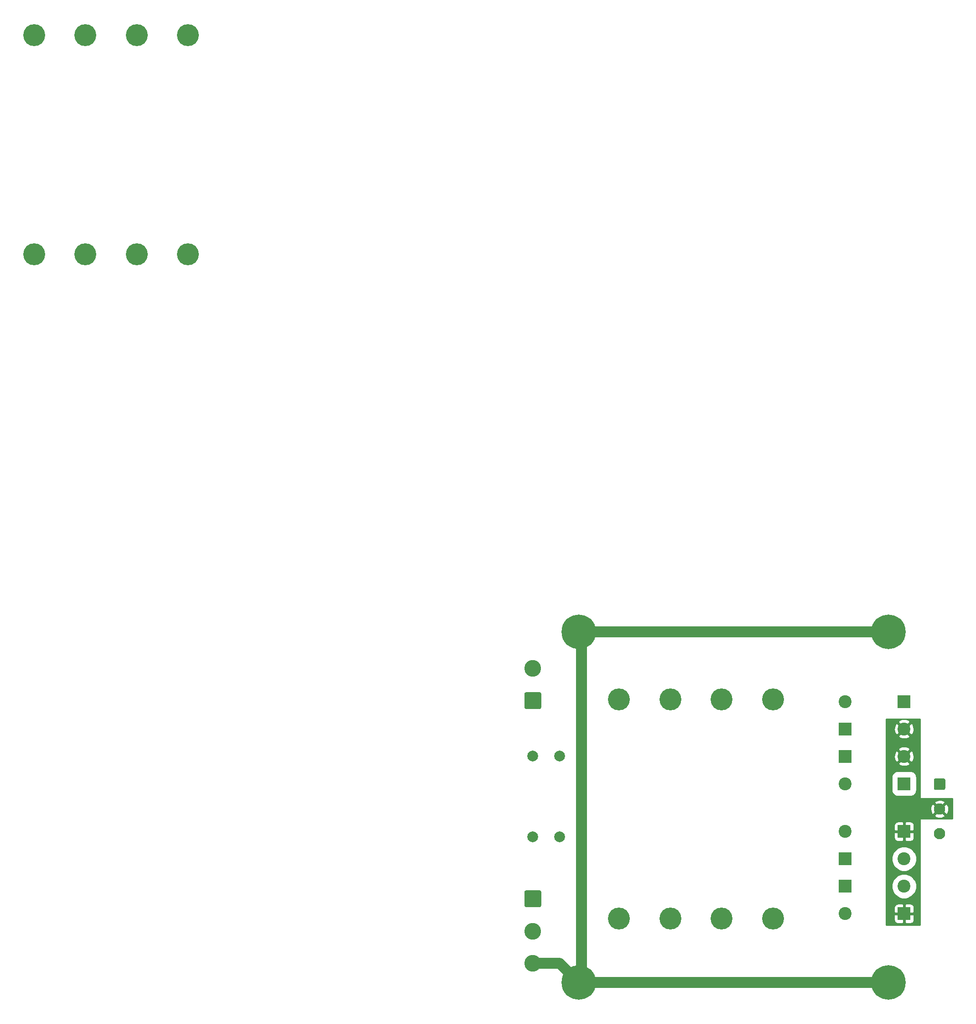
<source format=gbl>
G04 #@! TF.GenerationSoftware,KiCad,Pcbnew,(5.1.9)-1*
G04 #@! TF.CreationDate,2021-04-04T23:11:42-07:00*
G04 #@! TF.ProjectId,vsps_power,76737073-5f70-46f7-9765-722e6b696361,rev?*
G04 #@! TF.SameCoordinates,Original*
G04 #@! TF.FileFunction,Copper,L2,Bot*
G04 #@! TF.FilePolarity,Positive*
%FSLAX46Y46*%
G04 Gerber Fmt 4.6, Leading zero omitted, Abs format (unit mm)*
G04 Created by KiCad (PCBNEW (5.1.9)-1) date 2021-04-04 23:11:42*
%MOMM*%
%LPD*%
G01*
G04 APERTURE LIST*
G04 #@! TA.AperFunction,ComponentPad*
%ADD10C,4.064000*%
G04 #@! TD*
G04 #@! TA.AperFunction,ComponentPad*
%ADD11C,6.400000*%
G04 #@! TD*
G04 #@! TA.AperFunction,ComponentPad*
%ADD12C,3.100000*%
G04 #@! TD*
G04 #@! TA.AperFunction,ComponentPad*
%ADD13C,2.100000*%
G04 #@! TD*
G04 #@! TA.AperFunction,ComponentPad*
%ADD14C,2.400000*%
G04 #@! TD*
G04 #@! TA.AperFunction,ComponentPad*
%ADD15R,2.400000X2.400000*%
G04 #@! TD*
G04 #@! TA.AperFunction,ComponentPad*
%ADD16C,2.000000*%
G04 #@! TD*
G04 #@! TA.AperFunction,Conductor*
%ADD17C,2.000000*%
G04 #@! TD*
G04 #@! TA.AperFunction,Conductor*
%ADD18C,0.254000*%
G04 #@! TD*
G04 #@! TA.AperFunction,Conductor*
%ADD19C,0.100000*%
G04 #@! TD*
G04 APERTURE END LIST*
D10*
X108575000Y-123140000D03*
X99050000Y-123140000D03*
X89525000Y-123140000D03*
X80000000Y-123140000D03*
X108575000Y-82500000D03*
X99050000Y-82500000D03*
X89525000Y-82500000D03*
X80000000Y-82500000D03*
X0Y0D03*
X-9525000Y0D03*
X-19050000Y0D03*
X-28575000Y0D03*
X0Y40640000D03*
X-9525000Y40640000D03*
X-19050000Y40640000D03*
X-28575000Y40640000D03*
D11*
X130000000Y-135000000D03*
X130000000Y-70000000D03*
X72500000Y-135000000D03*
X72500000Y-70000000D03*
G04 #@! TA.AperFunction,ComponentPad*
G36*
G01*
X62699999Y-117950000D02*
X65300001Y-117950000D01*
G75*
G02*
X65550000Y-118199999I0J-249999D01*
G01*
X65550000Y-120800001D01*
G75*
G02*
X65300001Y-121050000I-249999J0D01*
G01*
X62699999Y-121050000D01*
G75*
G02*
X62450000Y-120800001I0J249999D01*
G01*
X62450000Y-118199999D01*
G75*
G02*
X62699999Y-117950000I249999J0D01*
G01*
G37*
G04 #@! TD.AperFunction*
D12*
X64000000Y-125500000D03*
X64000000Y-131500000D03*
D13*
X139500000Y-107450000D03*
X139500000Y-102850000D03*
G04 #@! TA.AperFunction,ComponentPad*
G36*
G01*
X138699999Y-97200000D02*
X140300001Y-97200000D01*
G75*
G02*
X140550000Y-97449999I0J-249999D01*
G01*
X140550000Y-99050001D01*
G75*
G02*
X140300001Y-99300000I-249999J0D01*
G01*
X138699999Y-99300000D01*
G75*
G02*
X138450000Y-99050001I0J249999D01*
G01*
X138450000Y-97449999D01*
G75*
G02*
X138699999Y-97200000I249999J0D01*
G01*
G37*
G04 #@! TD.AperFunction*
D14*
X122000000Y-122240000D03*
D15*
X132900000Y-122240000D03*
X122000000Y-117160000D03*
D14*
X132900000Y-117160000D03*
X132900000Y-112080000D03*
D15*
X122000000Y-112080000D03*
D14*
X122000000Y-107000000D03*
D15*
X132900000Y-107000000D03*
D14*
X122000000Y-98160000D03*
D15*
X132900000Y-98160000D03*
X122000000Y-93080000D03*
D14*
X132900000Y-93080000D03*
X132900000Y-88000000D03*
D15*
X122000000Y-88000000D03*
D14*
X122000000Y-82920000D03*
D15*
X132900000Y-82920000D03*
D16*
X69000000Y-93000000D03*
X64000000Y-93000000D03*
X64000000Y-108000000D03*
X69000000Y-108000000D03*
G04 #@! TA.AperFunction,ComponentPad*
G36*
G01*
X65300001Y-84300000D02*
X62699999Y-84300000D01*
G75*
G02*
X62450000Y-84050001I0J249999D01*
G01*
X62450000Y-81449999D01*
G75*
G02*
X62699999Y-81200000I249999J0D01*
G01*
X65300001Y-81200000D01*
G75*
G02*
X65550000Y-81449999I0J-249999D01*
G01*
X65550000Y-84050001D01*
G75*
G02*
X65300001Y-84300000I-249999J0D01*
G01*
G37*
G04 #@! TD.AperFunction*
D12*
X64000000Y-76750000D03*
D17*
X69000000Y-131500000D02*
X72500000Y-135000000D01*
X64000000Y-131500000D02*
X69000000Y-131500000D01*
X72500000Y-70000000D02*
X130000000Y-70000000D01*
X73000001Y-70500001D02*
X72500000Y-70000000D01*
X73000001Y-134499999D02*
X73000001Y-70500001D01*
X72500000Y-135000000D02*
X73000001Y-134499999D01*
X72500000Y-135000000D02*
X130000000Y-135000000D01*
D18*
X135873000Y-100750000D02*
X135875440Y-100774776D01*
X135882667Y-100798601D01*
X135894403Y-100820557D01*
X135910197Y-100839803D01*
X135929443Y-100855597D01*
X135951399Y-100867333D01*
X135975224Y-100874560D01*
X136000000Y-100877000D01*
X141840000Y-100877000D01*
X141840001Y-104623000D01*
X136000000Y-104623000D01*
X135975224Y-104625440D01*
X135951399Y-104632667D01*
X135929443Y-104644403D01*
X135910197Y-104660197D01*
X135894403Y-104679443D01*
X135882667Y-104701399D01*
X135875440Y-104725224D01*
X135873000Y-104750000D01*
X135873000Y-124373000D01*
X129627000Y-124373000D01*
X129627000Y-123440000D01*
X131061928Y-123440000D01*
X131074188Y-123564482D01*
X131110498Y-123684180D01*
X131169463Y-123794494D01*
X131248815Y-123891185D01*
X131345506Y-123970537D01*
X131455820Y-124029502D01*
X131575518Y-124065812D01*
X131700000Y-124078072D01*
X132614250Y-124075000D01*
X132773000Y-123916250D01*
X132773000Y-122367000D01*
X133027000Y-122367000D01*
X133027000Y-123916250D01*
X133185750Y-124075000D01*
X134100000Y-124078072D01*
X134224482Y-124065812D01*
X134344180Y-124029502D01*
X134454494Y-123970537D01*
X134551185Y-123891185D01*
X134630537Y-123794494D01*
X134689502Y-123684180D01*
X134725812Y-123564482D01*
X134738072Y-123440000D01*
X134735000Y-122525750D01*
X134576250Y-122367000D01*
X133027000Y-122367000D01*
X132773000Y-122367000D01*
X131223750Y-122367000D01*
X131065000Y-122525750D01*
X131061928Y-123440000D01*
X129627000Y-123440000D01*
X129627000Y-121040000D01*
X131061928Y-121040000D01*
X131065000Y-121954250D01*
X131223750Y-122113000D01*
X132773000Y-122113000D01*
X132773000Y-120563750D01*
X133027000Y-120563750D01*
X133027000Y-122113000D01*
X134576250Y-122113000D01*
X134735000Y-121954250D01*
X134738072Y-121040000D01*
X134725812Y-120915518D01*
X134689502Y-120795820D01*
X134630537Y-120685506D01*
X134551185Y-120588815D01*
X134454494Y-120509463D01*
X134344180Y-120450498D01*
X134224482Y-120414188D01*
X134100000Y-120401928D01*
X133185750Y-120405000D01*
X133027000Y-120563750D01*
X132773000Y-120563750D01*
X132614250Y-120405000D01*
X131700000Y-120401928D01*
X131575518Y-120414188D01*
X131455820Y-120450498D01*
X131345506Y-120509463D01*
X131248815Y-120588815D01*
X131169463Y-120685506D01*
X131110498Y-120795820D01*
X131074188Y-120915518D01*
X131061928Y-121040000D01*
X129627000Y-121040000D01*
X129627000Y-116930811D01*
X130573000Y-116930811D01*
X130573000Y-117389189D01*
X130662426Y-117838761D01*
X130837840Y-118262248D01*
X131092501Y-118643376D01*
X131416624Y-118967499D01*
X131797752Y-119222160D01*
X132221239Y-119397574D01*
X132670811Y-119487000D01*
X133129189Y-119487000D01*
X133578761Y-119397574D01*
X134002248Y-119222160D01*
X134383376Y-118967499D01*
X134707499Y-118643376D01*
X134962160Y-118262248D01*
X135137574Y-117838761D01*
X135227000Y-117389189D01*
X135227000Y-116930811D01*
X135137574Y-116481239D01*
X134962160Y-116057752D01*
X134707499Y-115676624D01*
X134383376Y-115352501D01*
X134002248Y-115097840D01*
X133578761Y-114922426D01*
X133129189Y-114833000D01*
X132670811Y-114833000D01*
X132221239Y-114922426D01*
X131797752Y-115097840D01*
X131416624Y-115352501D01*
X131092501Y-115676624D01*
X130837840Y-116057752D01*
X130662426Y-116481239D01*
X130573000Y-116930811D01*
X129627000Y-116930811D01*
X129627000Y-111850811D01*
X130573000Y-111850811D01*
X130573000Y-112309189D01*
X130662426Y-112758761D01*
X130837840Y-113182248D01*
X131092501Y-113563376D01*
X131416624Y-113887499D01*
X131797752Y-114142160D01*
X132221239Y-114317574D01*
X132670811Y-114407000D01*
X133129189Y-114407000D01*
X133578761Y-114317574D01*
X134002248Y-114142160D01*
X134383376Y-113887499D01*
X134707499Y-113563376D01*
X134962160Y-113182248D01*
X135137574Y-112758761D01*
X135227000Y-112309189D01*
X135227000Y-111850811D01*
X135137574Y-111401239D01*
X134962160Y-110977752D01*
X134707499Y-110596624D01*
X134383376Y-110272501D01*
X134002248Y-110017840D01*
X133578761Y-109842426D01*
X133129189Y-109753000D01*
X132670811Y-109753000D01*
X132221239Y-109842426D01*
X131797752Y-110017840D01*
X131416624Y-110272501D01*
X131092501Y-110596624D01*
X130837840Y-110977752D01*
X130662426Y-111401239D01*
X130573000Y-111850811D01*
X129627000Y-111850811D01*
X129627000Y-108200000D01*
X131061928Y-108200000D01*
X131074188Y-108324482D01*
X131110498Y-108444180D01*
X131169463Y-108554494D01*
X131248815Y-108651185D01*
X131345506Y-108730537D01*
X131455820Y-108789502D01*
X131575518Y-108825812D01*
X131700000Y-108838072D01*
X132614250Y-108835000D01*
X132773000Y-108676250D01*
X132773000Y-107127000D01*
X133027000Y-107127000D01*
X133027000Y-108676250D01*
X133185750Y-108835000D01*
X134100000Y-108838072D01*
X134224482Y-108825812D01*
X134344180Y-108789502D01*
X134454494Y-108730537D01*
X134551185Y-108651185D01*
X134630537Y-108554494D01*
X134689502Y-108444180D01*
X134725812Y-108324482D01*
X134738072Y-108200000D01*
X134735000Y-107285750D01*
X134576250Y-107127000D01*
X133027000Y-107127000D01*
X132773000Y-107127000D01*
X131223750Y-107127000D01*
X131065000Y-107285750D01*
X131061928Y-108200000D01*
X129627000Y-108200000D01*
X129627000Y-105800000D01*
X131061928Y-105800000D01*
X131065000Y-106714250D01*
X131223750Y-106873000D01*
X132773000Y-106873000D01*
X132773000Y-105323750D01*
X133027000Y-105323750D01*
X133027000Y-106873000D01*
X134576250Y-106873000D01*
X134735000Y-106714250D01*
X134738072Y-105800000D01*
X134725812Y-105675518D01*
X134689502Y-105555820D01*
X134630537Y-105445506D01*
X134551185Y-105348815D01*
X134454494Y-105269463D01*
X134344180Y-105210498D01*
X134224482Y-105174188D01*
X134100000Y-105161928D01*
X133185750Y-105165000D01*
X133027000Y-105323750D01*
X132773000Y-105323750D01*
X132614250Y-105165000D01*
X131700000Y-105161928D01*
X131575518Y-105174188D01*
X131455820Y-105210498D01*
X131345506Y-105269463D01*
X131248815Y-105348815D01*
X131169463Y-105445506D01*
X131110498Y-105555820D01*
X131074188Y-105675518D01*
X131061928Y-105800000D01*
X129627000Y-105800000D01*
X129627000Y-104021066D01*
X138508539Y-104021066D01*
X138610339Y-104290579D01*
X138908477Y-104436463D01*
X139229346Y-104521380D01*
X139560617Y-104542066D01*
X139889557Y-104497728D01*
X140203527Y-104390069D01*
X140389661Y-104290579D01*
X140491461Y-104021066D01*
X139500000Y-103029605D01*
X138508539Y-104021066D01*
X129627000Y-104021066D01*
X129627000Y-102910617D01*
X137807934Y-102910617D01*
X137852272Y-103239557D01*
X137959931Y-103553527D01*
X138059421Y-103739661D01*
X138328934Y-103841461D01*
X139320395Y-102850000D01*
X139679605Y-102850000D01*
X140671066Y-103841461D01*
X140940579Y-103739661D01*
X141086463Y-103441523D01*
X141171380Y-103120654D01*
X141192066Y-102789383D01*
X141147728Y-102460443D01*
X141040069Y-102146473D01*
X140940579Y-101960339D01*
X140671066Y-101858539D01*
X139679605Y-102850000D01*
X139320395Y-102850000D01*
X138328934Y-101858539D01*
X138059421Y-101960339D01*
X137913537Y-102258477D01*
X137828620Y-102579346D01*
X137807934Y-102910617D01*
X129627000Y-102910617D01*
X129627000Y-101678934D01*
X138508539Y-101678934D01*
X139500000Y-102670395D01*
X140491461Y-101678934D01*
X140389661Y-101409421D01*
X140091523Y-101263537D01*
X139770654Y-101178620D01*
X139439383Y-101157934D01*
X139110443Y-101202272D01*
X138796473Y-101309931D01*
X138610339Y-101409421D01*
X138508539Y-101678934D01*
X129627000Y-101678934D01*
X129627000Y-96960000D01*
X130567547Y-96960000D01*
X130567547Y-99360000D01*
X130589307Y-99580931D01*
X130653750Y-99793371D01*
X130758400Y-99989157D01*
X130899235Y-100160765D01*
X131070843Y-100301600D01*
X131266629Y-100406250D01*
X131479069Y-100470693D01*
X131700000Y-100492453D01*
X134100000Y-100492453D01*
X134320931Y-100470693D01*
X134533371Y-100406250D01*
X134729157Y-100301600D01*
X134900765Y-100160765D01*
X135041600Y-99989157D01*
X135146250Y-99793371D01*
X135210693Y-99580931D01*
X135232453Y-99360000D01*
X135232453Y-96960000D01*
X135210693Y-96739069D01*
X135146250Y-96526629D01*
X135041600Y-96330843D01*
X134900765Y-96159235D01*
X134729157Y-96018400D01*
X134533371Y-95913750D01*
X134320931Y-95849307D01*
X134100000Y-95827547D01*
X131700000Y-95827547D01*
X131479069Y-95849307D01*
X131266629Y-95913750D01*
X131070843Y-96018400D01*
X130899235Y-96159235D01*
X130758400Y-96330843D01*
X130653750Y-96526629D01*
X130589307Y-96739069D01*
X130567547Y-96960000D01*
X129627000Y-96960000D01*
X129627000Y-94357980D01*
X131801626Y-94357980D01*
X131921514Y-94642836D01*
X132245210Y-94803699D01*
X132594069Y-94898322D01*
X132954684Y-94923067D01*
X133313198Y-94876985D01*
X133655833Y-94761846D01*
X133878486Y-94642836D01*
X133998374Y-94357980D01*
X132900000Y-93259605D01*
X131801626Y-94357980D01*
X129627000Y-94357980D01*
X129627000Y-93134684D01*
X131056933Y-93134684D01*
X131103015Y-93493198D01*
X131218154Y-93835833D01*
X131337164Y-94058486D01*
X131622020Y-94178374D01*
X132720395Y-93080000D01*
X133079605Y-93080000D01*
X134177980Y-94178374D01*
X134462836Y-94058486D01*
X134623699Y-93734790D01*
X134718322Y-93385931D01*
X134743067Y-93025316D01*
X134696985Y-92666802D01*
X134581846Y-92324167D01*
X134462836Y-92101514D01*
X134177980Y-91981626D01*
X133079605Y-93080000D01*
X132720395Y-93080000D01*
X131622020Y-91981626D01*
X131337164Y-92101514D01*
X131176301Y-92425210D01*
X131081678Y-92774069D01*
X131056933Y-93134684D01*
X129627000Y-93134684D01*
X129627000Y-91802020D01*
X131801626Y-91802020D01*
X132900000Y-92900395D01*
X133998374Y-91802020D01*
X133878486Y-91517164D01*
X133554790Y-91356301D01*
X133205931Y-91261678D01*
X132845316Y-91236933D01*
X132486802Y-91283015D01*
X132144167Y-91398154D01*
X131921514Y-91517164D01*
X131801626Y-91802020D01*
X129627000Y-91802020D01*
X129627000Y-89277980D01*
X131801626Y-89277980D01*
X131921514Y-89562836D01*
X132245210Y-89723699D01*
X132594069Y-89818322D01*
X132954684Y-89843067D01*
X133313198Y-89796985D01*
X133655833Y-89681846D01*
X133878486Y-89562836D01*
X133998374Y-89277980D01*
X132900000Y-88179605D01*
X131801626Y-89277980D01*
X129627000Y-89277980D01*
X129627000Y-88054684D01*
X131056933Y-88054684D01*
X131103015Y-88413198D01*
X131218154Y-88755833D01*
X131337164Y-88978486D01*
X131622020Y-89098374D01*
X132720395Y-88000000D01*
X133079605Y-88000000D01*
X134177980Y-89098374D01*
X134462836Y-88978486D01*
X134623699Y-88654790D01*
X134718322Y-88305931D01*
X134743067Y-87945316D01*
X134696985Y-87586802D01*
X134581846Y-87244167D01*
X134462836Y-87021514D01*
X134177980Y-86901626D01*
X133079605Y-88000000D01*
X132720395Y-88000000D01*
X131622020Y-86901626D01*
X131337164Y-87021514D01*
X131176301Y-87345210D01*
X131081678Y-87694069D01*
X131056933Y-88054684D01*
X129627000Y-88054684D01*
X129627000Y-86722020D01*
X131801626Y-86722020D01*
X132900000Y-87820395D01*
X133998374Y-86722020D01*
X133878486Y-86437164D01*
X133554790Y-86276301D01*
X133205931Y-86181678D01*
X132845316Y-86156933D01*
X132486802Y-86203015D01*
X132144167Y-86318154D01*
X131921514Y-86437164D01*
X131801626Y-86722020D01*
X129627000Y-86722020D01*
X129627000Y-86127000D01*
X135873000Y-86127000D01*
X135873000Y-100750000D01*
G04 #@! TA.AperFunction,Conductor*
D19*
G36*
X135873000Y-100750000D02*
G01*
X135875440Y-100774776D01*
X135882667Y-100798601D01*
X135894403Y-100820557D01*
X135910197Y-100839803D01*
X135929443Y-100855597D01*
X135951399Y-100867333D01*
X135975224Y-100874560D01*
X136000000Y-100877000D01*
X141840000Y-100877000D01*
X141840001Y-104623000D01*
X136000000Y-104623000D01*
X135975224Y-104625440D01*
X135951399Y-104632667D01*
X135929443Y-104644403D01*
X135910197Y-104660197D01*
X135894403Y-104679443D01*
X135882667Y-104701399D01*
X135875440Y-104725224D01*
X135873000Y-104750000D01*
X135873000Y-124373000D01*
X129627000Y-124373000D01*
X129627000Y-123440000D01*
X131061928Y-123440000D01*
X131074188Y-123564482D01*
X131110498Y-123684180D01*
X131169463Y-123794494D01*
X131248815Y-123891185D01*
X131345506Y-123970537D01*
X131455820Y-124029502D01*
X131575518Y-124065812D01*
X131700000Y-124078072D01*
X132614250Y-124075000D01*
X132773000Y-123916250D01*
X132773000Y-122367000D01*
X133027000Y-122367000D01*
X133027000Y-123916250D01*
X133185750Y-124075000D01*
X134100000Y-124078072D01*
X134224482Y-124065812D01*
X134344180Y-124029502D01*
X134454494Y-123970537D01*
X134551185Y-123891185D01*
X134630537Y-123794494D01*
X134689502Y-123684180D01*
X134725812Y-123564482D01*
X134738072Y-123440000D01*
X134735000Y-122525750D01*
X134576250Y-122367000D01*
X133027000Y-122367000D01*
X132773000Y-122367000D01*
X131223750Y-122367000D01*
X131065000Y-122525750D01*
X131061928Y-123440000D01*
X129627000Y-123440000D01*
X129627000Y-121040000D01*
X131061928Y-121040000D01*
X131065000Y-121954250D01*
X131223750Y-122113000D01*
X132773000Y-122113000D01*
X132773000Y-120563750D01*
X133027000Y-120563750D01*
X133027000Y-122113000D01*
X134576250Y-122113000D01*
X134735000Y-121954250D01*
X134738072Y-121040000D01*
X134725812Y-120915518D01*
X134689502Y-120795820D01*
X134630537Y-120685506D01*
X134551185Y-120588815D01*
X134454494Y-120509463D01*
X134344180Y-120450498D01*
X134224482Y-120414188D01*
X134100000Y-120401928D01*
X133185750Y-120405000D01*
X133027000Y-120563750D01*
X132773000Y-120563750D01*
X132614250Y-120405000D01*
X131700000Y-120401928D01*
X131575518Y-120414188D01*
X131455820Y-120450498D01*
X131345506Y-120509463D01*
X131248815Y-120588815D01*
X131169463Y-120685506D01*
X131110498Y-120795820D01*
X131074188Y-120915518D01*
X131061928Y-121040000D01*
X129627000Y-121040000D01*
X129627000Y-116930811D01*
X130573000Y-116930811D01*
X130573000Y-117389189D01*
X130662426Y-117838761D01*
X130837840Y-118262248D01*
X131092501Y-118643376D01*
X131416624Y-118967499D01*
X131797752Y-119222160D01*
X132221239Y-119397574D01*
X132670811Y-119487000D01*
X133129189Y-119487000D01*
X133578761Y-119397574D01*
X134002248Y-119222160D01*
X134383376Y-118967499D01*
X134707499Y-118643376D01*
X134962160Y-118262248D01*
X135137574Y-117838761D01*
X135227000Y-117389189D01*
X135227000Y-116930811D01*
X135137574Y-116481239D01*
X134962160Y-116057752D01*
X134707499Y-115676624D01*
X134383376Y-115352501D01*
X134002248Y-115097840D01*
X133578761Y-114922426D01*
X133129189Y-114833000D01*
X132670811Y-114833000D01*
X132221239Y-114922426D01*
X131797752Y-115097840D01*
X131416624Y-115352501D01*
X131092501Y-115676624D01*
X130837840Y-116057752D01*
X130662426Y-116481239D01*
X130573000Y-116930811D01*
X129627000Y-116930811D01*
X129627000Y-111850811D01*
X130573000Y-111850811D01*
X130573000Y-112309189D01*
X130662426Y-112758761D01*
X130837840Y-113182248D01*
X131092501Y-113563376D01*
X131416624Y-113887499D01*
X131797752Y-114142160D01*
X132221239Y-114317574D01*
X132670811Y-114407000D01*
X133129189Y-114407000D01*
X133578761Y-114317574D01*
X134002248Y-114142160D01*
X134383376Y-113887499D01*
X134707499Y-113563376D01*
X134962160Y-113182248D01*
X135137574Y-112758761D01*
X135227000Y-112309189D01*
X135227000Y-111850811D01*
X135137574Y-111401239D01*
X134962160Y-110977752D01*
X134707499Y-110596624D01*
X134383376Y-110272501D01*
X134002248Y-110017840D01*
X133578761Y-109842426D01*
X133129189Y-109753000D01*
X132670811Y-109753000D01*
X132221239Y-109842426D01*
X131797752Y-110017840D01*
X131416624Y-110272501D01*
X131092501Y-110596624D01*
X130837840Y-110977752D01*
X130662426Y-111401239D01*
X130573000Y-111850811D01*
X129627000Y-111850811D01*
X129627000Y-108200000D01*
X131061928Y-108200000D01*
X131074188Y-108324482D01*
X131110498Y-108444180D01*
X131169463Y-108554494D01*
X131248815Y-108651185D01*
X131345506Y-108730537D01*
X131455820Y-108789502D01*
X131575518Y-108825812D01*
X131700000Y-108838072D01*
X132614250Y-108835000D01*
X132773000Y-108676250D01*
X132773000Y-107127000D01*
X133027000Y-107127000D01*
X133027000Y-108676250D01*
X133185750Y-108835000D01*
X134100000Y-108838072D01*
X134224482Y-108825812D01*
X134344180Y-108789502D01*
X134454494Y-108730537D01*
X134551185Y-108651185D01*
X134630537Y-108554494D01*
X134689502Y-108444180D01*
X134725812Y-108324482D01*
X134738072Y-108200000D01*
X134735000Y-107285750D01*
X134576250Y-107127000D01*
X133027000Y-107127000D01*
X132773000Y-107127000D01*
X131223750Y-107127000D01*
X131065000Y-107285750D01*
X131061928Y-108200000D01*
X129627000Y-108200000D01*
X129627000Y-105800000D01*
X131061928Y-105800000D01*
X131065000Y-106714250D01*
X131223750Y-106873000D01*
X132773000Y-106873000D01*
X132773000Y-105323750D01*
X133027000Y-105323750D01*
X133027000Y-106873000D01*
X134576250Y-106873000D01*
X134735000Y-106714250D01*
X134738072Y-105800000D01*
X134725812Y-105675518D01*
X134689502Y-105555820D01*
X134630537Y-105445506D01*
X134551185Y-105348815D01*
X134454494Y-105269463D01*
X134344180Y-105210498D01*
X134224482Y-105174188D01*
X134100000Y-105161928D01*
X133185750Y-105165000D01*
X133027000Y-105323750D01*
X132773000Y-105323750D01*
X132614250Y-105165000D01*
X131700000Y-105161928D01*
X131575518Y-105174188D01*
X131455820Y-105210498D01*
X131345506Y-105269463D01*
X131248815Y-105348815D01*
X131169463Y-105445506D01*
X131110498Y-105555820D01*
X131074188Y-105675518D01*
X131061928Y-105800000D01*
X129627000Y-105800000D01*
X129627000Y-104021066D01*
X138508539Y-104021066D01*
X138610339Y-104290579D01*
X138908477Y-104436463D01*
X139229346Y-104521380D01*
X139560617Y-104542066D01*
X139889557Y-104497728D01*
X140203527Y-104390069D01*
X140389661Y-104290579D01*
X140491461Y-104021066D01*
X139500000Y-103029605D01*
X138508539Y-104021066D01*
X129627000Y-104021066D01*
X129627000Y-102910617D01*
X137807934Y-102910617D01*
X137852272Y-103239557D01*
X137959931Y-103553527D01*
X138059421Y-103739661D01*
X138328934Y-103841461D01*
X139320395Y-102850000D01*
X139679605Y-102850000D01*
X140671066Y-103841461D01*
X140940579Y-103739661D01*
X141086463Y-103441523D01*
X141171380Y-103120654D01*
X141192066Y-102789383D01*
X141147728Y-102460443D01*
X141040069Y-102146473D01*
X140940579Y-101960339D01*
X140671066Y-101858539D01*
X139679605Y-102850000D01*
X139320395Y-102850000D01*
X138328934Y-101858539D01*
X138059421Y-101960339D01*
X137913537Y-102258477D01*
X137828620Y-102579346D01*
X137807934Y-102910617D01*
X129627000Y-102910617D01*
X129627000Y-101678934D01*
X138508539Y-101678934D01*
X139500000Y-102670395D01*
X140491461Y-101678934D01*
X140389661Y-101409421D01*
X140091523Y-101263537D01*
X139770654Y-101178620D01*
X139439383Y-101157934D01*
X139110443Y-101202272D01*
X138796473Y-101309931D01*
X138610339Y-101409421D01*
X138508539Y-101678934D01*
X129627000Y-101678934D01*
X129627000Y-96960000D01*
X130567547Y-96960000D01*
X130567547Y-99360000D01*
X130589307Y-99580931D01*
X130653750Y-99793371D01*
X130758400Y-99989157D01*
X130899235Y-100160765D01*
X131070843Y-100301600D01*
X131266629Y-100406250D01*
X131479069Y-100470693D01*
X131700000Y-100492453D01*
X134100000Y-100492453D01*
X134320931Y-100470693D01*
X134533371Y-100406250D01*
X134729157Y-100301600D01*
X134900765Y-100160765D01*
X135041600Y-99989157D01*
X135146250Y-99793371D01*
X135210693Y-99580931D01*
X135232453Y-99360000D01*
X135232453Y-96960000D01*
X135210693Y-96739069D01*
X135146250Y-96526629D01*
X135041600Y-96330843D01*
X134900765Y-96159235D01*
X134729157Y-96018400D01*
X134533371Y-95913750D01*
X134320931Y-95849307D01*
X134100000Y-95827547D01*
X131700000Y-95827547D01*
X131479069Y-95849307D01*
X131266629Y-95913750D01*
X131070843Y-96018400D01*
X130899235Y-96159235D01*
X130758400Y-96330843D01*
X130653750Y-96526629D01*
X130589307Y-96739069D01*
X130567547Y-96960000D01*
X129627000Y-96960000D01*
X129627000Y-94357980D01*
X131801626Y-94357980D01*
X131921514Y-94642836D01*
X132245210Y-94803699D01*
X132594069Y-94898322D01*
X132954684Y-94923067D01*
X133313198Y-94876985D01*
X133655833Y-94761846D01*
X133878486Y-94642836D01*
X133998374Y-94357980D01*
X132900000Y-93259605D01*
X131801626Y-94357980D01*
X129627000Y-94357980D01*
X129627000Y-93134684D01*
X131056933Y-93134684D01*
X131103015Y-93493198D01*
X131218154Y-93835833D01*
X131337164Y-94058486D01*
X131622020Y-94178374D01*
X132720395Y-93080000D01*
X133079605Y-93080000D01*
X134177980Y-94178374D01*
X134462836Y-94058486D01*
X134623699Y-93734790D01*
X134718322Y-93385931D01*
X134743067Y-93025316D01*
X134696985Y-92666802D01*
X134581846Y-92324167D01*
X134462836Y-92101514D01*
X134177980Y-91981626D01*
X133079605Y-93080000D01*
X132720395Y-93080000D01*
X131622020Y-91981626D01*
X131337164Y-92101514D01*
X131176301Y-92425210D01*
X131081678Y-92774069D01*
X131056933Y-93134684D01*
X129627000Y-93134684D01*
X129627000Y-91802020D01*
X131801626Y-91802020D01*
X132900000Y-92900395D01*
X133998374Y-91802020D01*
X133878486Y-91517164D01*
X133554790Y-91356301D01*
X133205931Y-91261678D01*
X132845316Y-91236933D01*
X132486802Y-91283015D01*
X132144167Y-91398154D01*
X131921514Y-91517164D01*
X131801626Y-91802020D01*
X129627000Y-91802020D01*
X129627000Y-89277980D01*
X131801626Y-89277980D01*
X131921514Y-89562836D01*
X132245210Y-89723699D01*
X132594069Y-89818322D01*
X132954684Y-89843067D01*
X133313198Y-89796985D01*
X133655833Y-89681846D01*
X133878486Y-89562836D01*
X133998374Y-89277980D01*
X132900000Y-88179605D01*
X131801626Y-89277980D01*
X129627000Y-89277980D01*
X129627000Y-88054684D01*
X131056933Y-88054684D01*
X131103015Y-88413198D01*
X131218154Y-88755833D01*
X131337164Y-88978486D01*
X131622020Y-89098374D01*
X132720395Y-88000000D01*
X133079605Y-88000000D01*
X134177980Y-89098374D01*
X134462836Y-88978486D01*
X134623699Y-88654790D01*
X134718322Y-88305931D01*
X134743067Y-87945316D01*
X134696985Y-87586802D01*
X134581846Y-87244167D01*
X134462836Y-87021514D01*
X134177980Y-86901626D01*
X133079605Y-88000000D01*
X132720395Y-88000000D01*
X131622020Y-86901626D01*
X131337164Y-87021514D01*
X131176301Y-87345210D01*
X131081678Y-87694069D01*
X131056933Y-88054684D01*
X129627000Y-88054684D01*
X129627000Y-86722020D01*
X131801626Y-86722020D01*
X132900000Y-87820395D01*
X133998374Y-86722020D01*
X133878486Y-86437164D01*
X133554790Y-86276301D01*
X133205931Y-86181678D01*
X132845316Y-86156933D01*
X132486802Y-86203015D01*
X132144167Y-86318154D01*
X131921514Y-86437164D01*
X131801626Y-86722020D01*
X129627000Y-86722020D01*
X129627000Y-86127000D01*
X135873000Y-86127000D01*
X135873000Y-100750000D01*
G37*
G04 #@! TD.AperFunction*
M02*

</source>
